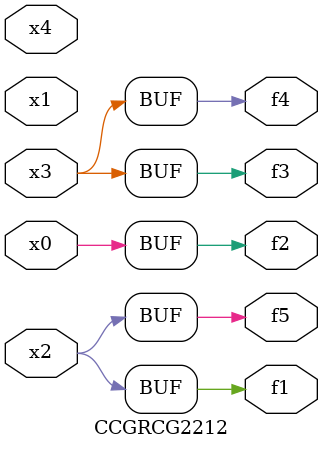
<source format=v>
module CCGRCG2212(
	input x0, x1, x2, x3, x4,
	output f1, f2, f3, f4, f5
);
	assign f1 = x2;
	assign f2 = x0;
	assign f3 = x3;
	assign f4 = x3;
	assign f5 = x2;
endmodule

</source>
